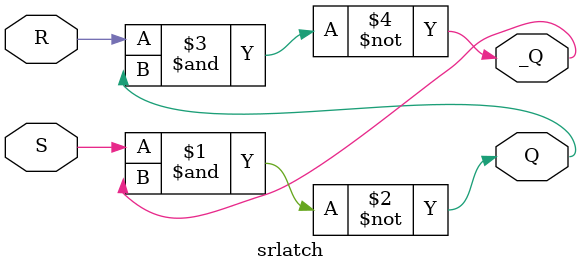
<source format=v>
module srlatch (Q, _Q, S, R);

output wire Q, _Q;
input wire S, R;

nand (Q, S, _Q);
nand (_Q, R, Q);

endmodule

</source>
